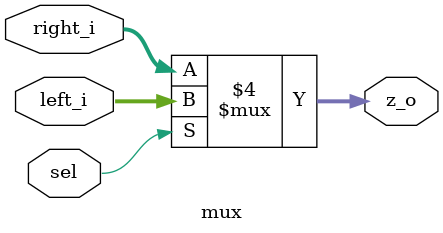
<source format=v>


`timescale 1ns/10ps

module mux (
    z_o,
    left_i,
    right_i,
    sel
);


output [15:0] z_o;
reg [15:0] z_o;
input [15:0] left_i;
input [15:0] right_i;
input sel;






always @(right_i, sel, left_i) begin: MUX_MUXLOGIC
    if ((sel == 1)) begin
        z_o = left_i;
    end
    else begin
        z_o = right_i;
    end
end

endmodule

</source>
